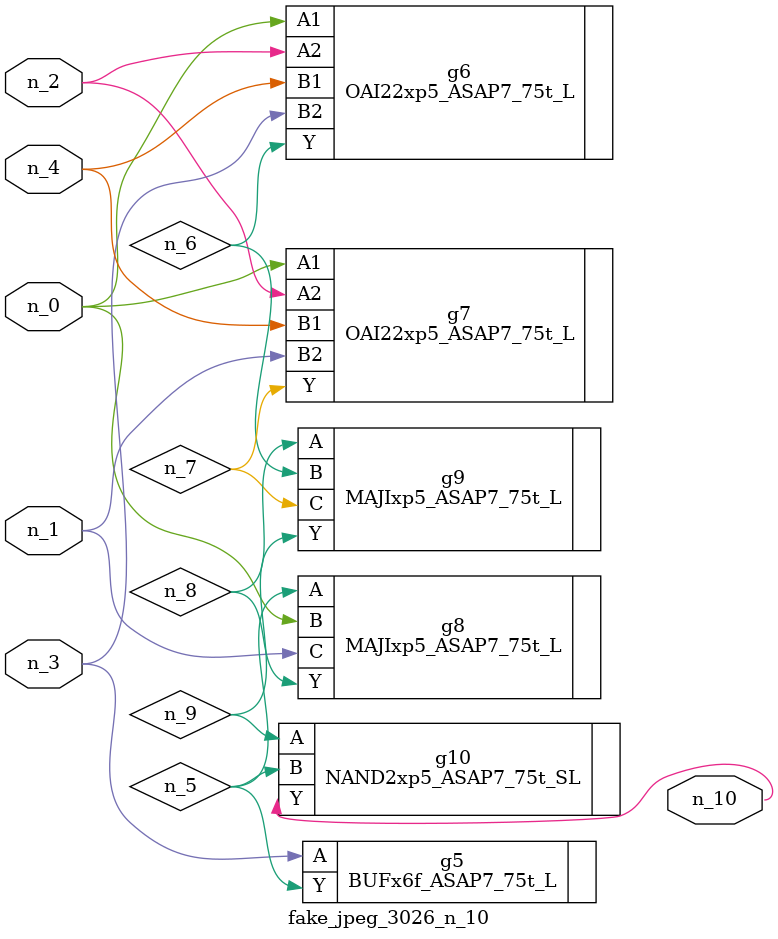
<source format=v>
module fake_jpeg_3026_n_10 (n_3, n_2, n_1, n_0, n_4, n_10);

input n_3;
input n_2;
input n_1;
input n_0;
input n_4;

output n_10;

wire n_8;
wire n_9;
wire n_6;
wire n_5;
wire n_7;

BUFx6f_ASAP7_75t_L g5 ( 
.A(n_3),
.Y(n_5)
);

OAI22xp5_ASAP7_75t_L g6 ( 
.A1(n_0),
.A2(n_2),
.B1(n_4),
.B2(n_3),
.Y(n_6)
);

OAI22xp5_ASAP7_75t_L g7 ( 
.A1(n_0),
.A2(n_2),
.B1(n_4),
.B2(n_1),
.Y(n_7)
);

MAJIxp5_ASAP7_75t_L g8 ( 
.A(n_5),
.B(n_0),
.C(n_1),
.Y(n_8)
);

MAJIxp5_ASAP7_75t_L g9 ( 
.A(n_8),
.B(n_6),
.C(n_7),
.Y(n_9)
);

NAND2xp5_ASAP7_75t_SL g10 ( 
.A(n_9),
.B(n_5),
.Y(n_10)
);


endmodule
</source>
